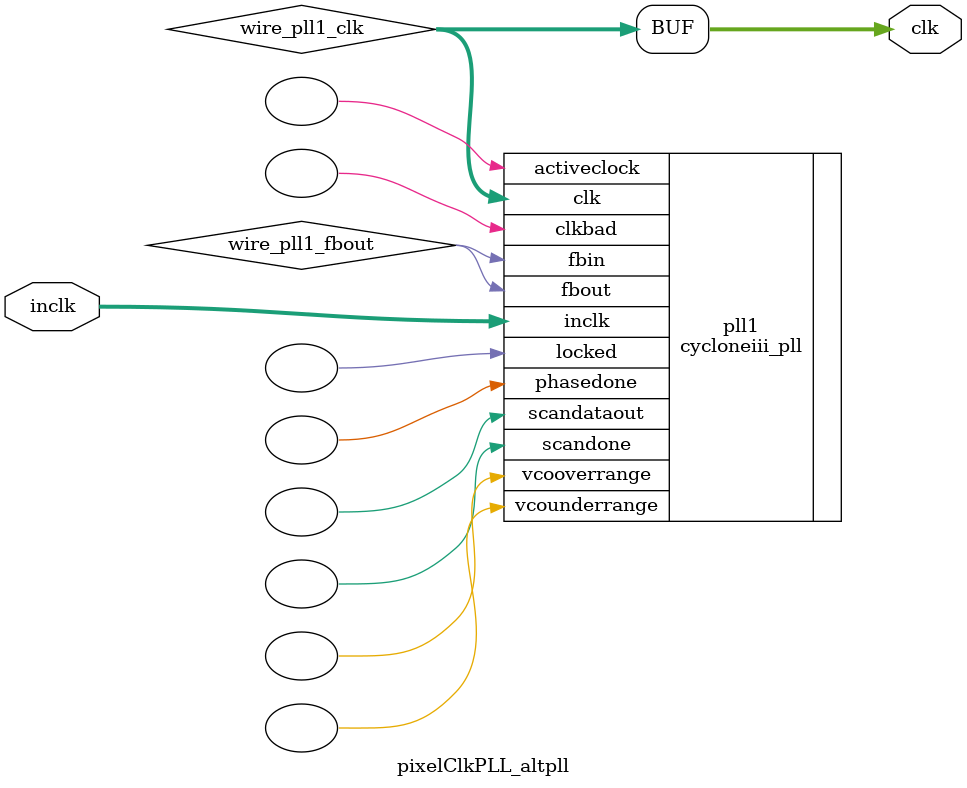
<source format=v>






//synthesis_resources = cycloneiii_pll 1 
//synopsys translate_off
`timescale 1 ps / 1 ps
//synopsys translate_on
module  pixelClkPLL_altpll
	( 
	clk,
	inclk) /* synthesis synthesis_clearbox=1 */;
	output   [4:0]  clk;
	input   [1:0]  inclk;
`ifndef ALTERA_RESERVED_QIS
// synopsys translate_off
`endif
	tri0   [1:0]  inclk;
`ifndef ALTERA_RESERVED_QIS
// synopsys translate_on
`endif

	wire  [4:0]   wire_pll1_clk;
	wire  wire_pll1_fbout;

	cycloneiii_pll   pll1
	( 
	.activeclock(),
	.clk(wire_pll1_clk),
	.clkbad(),
	.fbin(wire_pll1_fbout),
	.fbout(wire_pll1_fbout),
	.inclk(inclk),
	.locked(),
	.phasedone(),
	.scandataout(),
	.scandone(),
	.vcooverrange(),
	.vcounderrange()
	`ifndef FORMAL_VERIFICATION
	// synopsys translate_off
	`endif
	,
	.areset(1'b0),
	.clkswitch(1'b0),
	.configupdate(1'b0),
	.pfdena(1'b1),
	.phasecounterselect({3{1'b0}}),
	.phasestep(1'b0),
	.phaseupdown(1'b0),
	.scanclk(1'b0),
	.scanclkena(1'b1),
	.scandata(1'b0)
	`ifndef FORMAL_VERIFICATION
	// synopsys translate_on
	`endif
	);
	defparam
		pll1.bandwidth_type = "auto",
		pll1.clk0_divide_by = 2000,
		pll1.clk0_duty_cycle = 50,
		pll1.clk0_multiply_by = 1007,
		pll1.clk0_phase_shift = "0",
		pll1.compensate_clock = "clk0",
		pll1.inclk0_input_frequency = 20000,
		pll1.operation_mode = "normal",
		pll1.pll_type = "auto",
		pll1.lpm_type = "cycloneiii_pll";
	assign
		clk = {wire_pll1_clk[4:0]};
endmodule //pixelClkPLL_altpll
//VALID FILE

</source>
